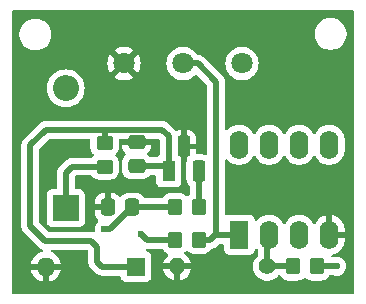
<source format=gbr>
%TF.GenerationSoftware,KiCad,Pcbnew,8.0.7*%
%TF.CreationDate,2025-02-24T23:57:51-05:00*%
%TF.ProjectId,pcb3,70636233-2e6b-4696-9361-645f70636258,rev?*%
%TF.SameCoordinates,Original*%
%TF.FileFunction,Copper,L1,Top*%
%TF.FilePolarity,Positive*%
%FSLAX46Y46*%
G04 Gerber Fmt 4.6, Leading zero omitted, Abs format (unit mm)*
G04 Created by KiCad (PCBNEW 8.0.7) date 2025-02-24 23:57:51*
%MOMM*%
%LPD*%
G01*
G04 APERTURE LIST*
G04 Aperture macros list*
%AMRoundRect*
0 Rectangle with rounded corners*
0 $1 Rounding radius*
0 $2 $3 $4 $5 $6 $7 $8 $9 X,Y pos of 4 corners*
0 Add a 4 corners polygon primitive as box body*
4,1,4,$2,$3,$4,$5,$6,$7,$8,$9,$2,$3,0*
0 Add four circle primitives for the rounded corners*
1,1,$1+$1,$2,$3*
1,1,$1+$1,$4,$5*
1,1,$1+$1,$6,$7*
1,1,$1+$1,$8,$9*
0 Add four rect primitives between the rounded corners*
20,1,$1+$1,$2,$3,$4,$5,0*
20,1,$1+$1,$4,$5,$6,$7,0*
20,1,$1+$1,$6,$7,$8,$9,0*
20,1,$1+$1,$8,$9,$2,$3,0*%
G04 Aperture macros list end*
%TA.AperFunction,ComponentPad*%
%ADD10C,1.400000*%
%TD*%
%TA.AperFunction,ComponentPad*%
%ADD11O,1.400000X1.400000*%
%TD*%
%TA.AperFunction,ComponentPad*%
%ADD12R,1.600000X1.600000*%
%TD*%
%TA.AperFunction,ComponentPad*%
%ADD13O,1.600000X1.600000*%
%TD*%
%TA.AperFunction,ComponentPad*%
%ADD14R,2.200000X2.200000*%
%TD*%
%TA.AperFunction,ComponentPad*%
%ADD15O,2.200000X2.200000*%
%TD*%
%TA.AperFunction,ComponentPad*%
%ADD16R,1.100000X1.800000*%
%TD*%
%TA.AperFunction,ComponentPad*%
%ADD17RoundRect,0.275000X-0.275000X-0.625000X0.275000X-0.625000X0.275000X0.625000X-0.275000X0.625000X0*%
%TD*%
%TA.AperFunction,ComponentPad*%
%ADD18R,1.600000X2.400000*%
%TD*%
%TA.AperFunction,ComponentPad*%
%ADD19O,1.600000X2.400000*%
%TD*%
%TA.AperFunction,SMDPad,CuDef*%
%ADD20RoundRect,0.250000X-0.350000X-0.450000X0.350000X-0.450000X0.350000X0.450000X-0.350000X0.450000X0*%
%TD*%
%TA.AperFunction,SMDPad,CuDef*%
%ADD21RoundRect,0.250000X-0.337500X-0.475000X0.337500X-0.475000X0.337500X0.475000X-0.337500X0.475000X0*%
%TD*%
%TA.AperFunction,SMDPad,CuDef*%
%ADD22RoundRect,0.250000X0.350000X0.450000X-0.350000X0.450000X-0.350000X-0.450000X0.350000X-0.450000X0*%
%TD*%
%TA.AperFunction,SMDPad,CuDef*%
%ADD23RoundRect,0.250000X0.450000X-0.350000X0.450000X0.350000X-0.450000X0.350000X-0.450000X-0.350000X0*%
%TD*%
%TA.AperFunction,SMDPad,CuDef*%
%ADD24RoundRect,0.250000X0.475000X-0.337500X0.475000X0.337500X-0.475000X0.337500X-0.475000X-0.337500X0*%
%TD*%
%TA.AperFunction,ComponentPad*%
%ADD25C,1.803400*%
%TD*%
%TA.AperFunction,ViaPad*%
%ADD26C,0.600000*%
%TD*%
%TA.AperFunction,Conductor*%
%ADD27C,0.508000*%
%TD*%
G04 APERTURE END LIST*
D10*
%TO.P,R4,1*%
%TO.N,Net-(U2A--)*%
X147130000Y-102180000D03*
D11*
%TO.P,R4,2*%
%TO.N,GND*%
X139510000Y-102180000D03*
%TD*%
D12*
%TO.P,D1,1,K*%
%TO.N,Net-(D1-K)*%
X136010000Y-102200000D03*
D13*
%TO.P,D1,2,A*%
%TO.N,GND*%
X128390000Y-102200000D03*
%TD*%
D14*
%TO.P,D2,1,K*%
%TO.N,Net-(D2-K)*%
X130070000Y-97260000D03*
D15*
%TO.P,D2,2,A*%
%TO.N,+5V*%
X130070000Y-87100000D03*
%TD*%
D16*
%TO.P,U1,1,VDD*%
%TO.N,Net-(D1-K)*%
X138800000Y-94100000D03*
D17*
%TO.P,U1,2,GND*%
%TO.N,GND*%
X140070000Y-92030000D03*
%TO.P,U1,3,OUT*%
%TO.N,Net-(U1-OUT)*%
X141340000Y-94100000D03*
%TD*%
D18*
%TO.P,U2,1*%
%TO.N,/OUT_5V*%
X144770000Y-99505000D03*
D19*
%TO.P,U2,2,-*%
%TO.N,Net-(U2A--)*%
X147310000Y-99505000D03*
%TO.P,U2,3,+*%
%TO.N,Net-(U2A-+)*%
X149850000Y-99505000D03*
%TO.P,U2,4,V-*%
%TO.N,GND*%
X152390000Y-99505000D03*
%TO.P,U2,5,+*%
%TO.N,unconnected-(U2B-+-Pad5)*%
X152390000Y-91885000D03*
%TO.P,U2,6,-*%
%TO.N,unconnected-(U2B---Pad6)*%
X149850000Y-91885000D03*
%TO.P,U2,7*%
%TO.N,unconnected-(U2-Pad7)*%
X147310000Y-91885000D03*
%TO.P,U2,8,V+*%
%TO.N,+5V*%
X144770000Y-91885000D03*
%TD*%
D20*
%TO.P,R5,1*%
%TO.N,+5V*%
X139320000Y-99930000D03*
%TO.P,R5,2*%
%TO.N,/OUT_5V*%
X141320000Y-99930000D03*
%TD*%
D21*
%TO.P,C2,1*%
%TO.N,GND*%
X133632500Y-97180000D03*
%TO.P,C2,2*%
%TO.N,Net-(U2A-+)*%
X135707500Y-97180000D03*
%TD*%
D22*
%TO.P,R1,1*%
%TO.N,Net-(U1-OUT)*%
X141320000Y-97180000D03*
%TO.P,R1,2*%
%TO.N,Net-(U2A-+)*%
X139320000Y-97180000D03*
%TD*%
%TO.P,R3,1*%
%TO.N,+5V*%
X151320000Y-102180000D03*
%TO.P,R3,2*%
%TO.N,Net-(U2A--)*%
X149320000Y-102180000D03*
%TD*%
D23*
%TO.P,R2,1*%
%TO.N,Net-(D2-K)*%
X133370000Y-93730000D03*
%TO.P,R2,2*%
%TO.N,Net-(D1-K)*%
X133370000Y-91730000D03*
%TD*%
D24*
%TO.P,C1,1*%
%TO.N,Net-(D1-K)*%
X136070000Y-93717500D03*
%TO.P,C1,2*%
%TO.N,GND*%
X136070000Y-91642500D03*
%TD*%
D25*
%TO.P,J1,1,Pin_1*%
%TO.N,+5V*%
X145000000Y-85000000D03*
%TO.P,J1,2,Pin_2*%
%TO.N,/OUT_5V*%
X140000000Y-85000000D03*
%TO.P,J1,3,Pin_3*%
%TO.N,GND*%
X135000000Y-85000000D03*
%TD*%
D26*
%TO.N,Net-(U2A-+)*%
X133320000Y-99030000D03*
%TO.N,+5V*%
X153020000Y-102180000D03*
X136475000Y-99475000D03*
%TD*%
D27*
%TO.N,Net-(D1-K)*%
X132750000Y-101800000D02*
X133150000Y-102200000D01*
X132750000Y-100550000D02*
X132750000Y-101800000D01*
X128300000Y-100000000D02*
X132200000Y-100000000D01*
X138782500Y-93717500D02*
X138800000Y-93700000D01*
X138800000Y-91160000D02*
X138241000Y-90601000D01*
X127070000Y-91930000D02*
X127070000Y-98770000D01*
X133370000Y-91730000D02*
X133370000Y-90601000D01*
X138241000Y-90601000D02*
X133370000Y-90601000D01*
X128399000Y-90601000D02*
X127070000Y-91930000D01*
X133370000Y-90601000D02*
X128399000Y-90601000D01*
X133150000Y-102200000D02*
X136060000Y-102200000D01*
X136070000Y-93717500D02*
X138782500Y-93717500D01*
X127070000Y-98770000D02*
X128300000Y-100000000D01*
X138800000Y-93700000D02*
X138800000Y-91160000D01*
X132200000Y-100000000D02*
X132750000Y-100550000D01*
%TO.N,Net-(U2A-+)*%
X139320000Y-97180000D02*
X135707500Y-97180000D01*
X133857500Y-99030000D02*
X135707500Y-97180000D01*
X133320000Y-99030000D02*
X133857500Y-99030000D01*
%TO.N,+5V*%
X136930000Y-99930000D02*
X139320000Y-99930000D01*
X153020000Y-102180000D02*
X151320000Y-102180000D01*
X136475000Y-99475000D02*
X136930000Y-99930000D01*
%TO.N,Net-(D2-K)*%
X133370000Y-93730000D02*
X130620000Y-93730000D01*
X130620000Y-93730000D02*
X130070000Y-94280000D01*
X130070000Y-94280000D02*
X130070000Y-97260000D01*
%TO.N,/OUT_5V*%
X142820000Y-99430000D02*
X142320000Y-99930000D01*
X140000000Y-85000000D02*
X141250000Y-85000000D01*
X142320000Y-99930000D02*
X141320000Y-99930000D01*
X141250000Y-85000000D02*
X142820000Y-86570000D01*
X142820000Y-86570000D02*
X142820000Y-99430000D01*
X144770000Y-99505000D02*
X142895000Y-99505000D01*
%TO.N,Net-(U1-OUT)*%
X141340000Y-97160000D02*
X141320000Y-97180000D01*
X141340000Y-93700000D02*
X141340000Y-97160000D01*
%TO.N,Net-(U2A--)*%
X147130000Y-102180000D02*
X149320000Y-102180000D01*
X147310000Y-99505000D02*
X147130000Y-99685000D01*
X147130000Y-99685000D02*
X147130000Y-102180000D01*
%TD*%
%TA.AperFunction,Conductor*%
%TO.N,GND*%
G36*
X132112539Y-91375185D02*
G01*
X132158294Y-91427989D01*
X132169500Y-91479500D01*
X132169500Y-92130001D01*
X132169501Y-92130019D01*
X132180000Y-92232796D01*
X132180001Y-92232799D01*
X132235185Y-92399331D01*
X132235187Y-92399336D01*
X132327289Y-92548657D01*
X132420951Y-92642319D01*
X132454436Y-92703642D01*
X132449452Y-92773334D01*
X132420951Y-92817681D01*
X132327288Y-92911343D01*
X132324046Y-92916600D01*
X132272097Y-92963323D01*
X132218509Y-92975500D01*
X130545683Y-92975500D01*
X130399927Y-93004493D01*
X130399919Y-93004495D01*
X130262608Y-93061371D01*
X130139035Y-93143939D01*
X130139034Y-93143940D01*
X130086488Y-93196487D01*
X130033941Y-93249034D01*
X130033939Y-93249036D01*
X129483943Y-93799030D01*
X129483942Y-93799031D01*
X129401368Y-93922614D01*
X129368053Y-94003045D01*
X129344495Y-94059917D01*
X129344492Y-94059926D01*
X129341517Y-94074888D01*
X129341517Y-94074889D01*
X129315499Y-94205685D01*
X129315499Y-94360425D01*
X129315500Y-94360446D01*
X129315500Y-95535500D01*
X129295815Y-95602539D01*
X129243011Y-95648294D01*
X129191500Y-95659500D01*
X128922130Y-95659500D01*
X128922123Y-95659501D01*
X128862516Y-95665908D01*
X128727671Y-95716202D01*
X128727664Y-95716206D01*
X128612455Y-95802452D01*
X128612452Y-95802455D01*
X128526206Y-95917664D01*
X128526202Y-95917671D01*
X128475908Y-96052517D01*
X128469501Y-96112116D01*
X128469501Y-96112123D01*
X128469500Y-96112135D01*
X128469500Y-98407870D01*
X128469501Y-98407876D01*
X128475908Y-98467483D01*
X128526202Y-98602328D01*
X128526206Y-98602335D01*
X128612452Y-98717544D01*
X128612455Y-98717547D01*
X128727664Y-98803793D01*
X128727671Y-98803797D01*
X128862517Y-98854091D01*
X128862516Y-98854091D01*
X128869444Y-98854835D01*
X128922127Y-98860500D01*
X131217872Y-98860499D01*
X131277483Y-98854091D01*
X131412331Y-98803796D01*
X131527546Y-98717546D01*
X131613796Y-98602331D01*
X131664091Y-98467483D01*
X131670500Y-98407873D01*
X131670499Y-96655013D01*
X132545000Y-96655013D01*
X132545000Y-96930000D01*
X133382500Y-96930000D01*
X133382500Y-95955000D01*
X133245027Y-95955000D01*
X133245012Y-95955001D01*
X133142302Y-95965494D01*
X132975880Y-96020641D01*
X132975875Y-96020643D01*
X132826654Y-96112684D01*
X132702684Y-96236654D01*
X132610643Y-96385875D01*
X132610641Y-96385880D01*
X132555494Y-96552302D01*
X132555493Y-96552309D01*
X132545000Y-96655013D01*
X131670499Y-96655013D01*
X131670499Y-96112128D01*
X131664091Y-96052517D01*
X131661356Y-96045185D01*
X131613797Y-95917671D01*
X131613793Y-95917664D01*
X131527547Y-95802455D01*
X131527544Y-95802452D01*
X131412335Y-95716206D01*
X131412328Y-95716202D01*
X131277482Y-95665908D01*
X131277483Y-95665908D01*
X131217883Y-95659501D01*
X131217881Y-95659500D01*
X131217873Y-95659500D01*
X131217865Y-95659500D01*
X130948500Y-95659500D01*
X130881461Y-95639815D01*
X130835706Y-95587011D01*
X130824500Y-95535500D01*
X130824500Y-94643886D01*
X130844185Y-94576847D01*
X130860819Y-94556205D01*
X130896205Y-94520819D01*
X130957528Y-94487334D01*
X130983886Y-94484500D01*
X132218509Y-94484500D01*
X132285548Y-94504185D01*
X132324046Y-94543400D01*
X132327288Y-94548656D01*
X132451344Y-94672712D01*
X132600666Y-94764814D01*
X132767203Y-94819999D01*
X132869991Y-94830500D01*
X133870008Y-94830499D01*
X133870016Y-94830498D01*
X133870019Y-94830498D01*
X133926302Y-94824748D01*
X133972797Y-94819999D01*
X134139334Y-94764814D01*
X134288656Y-94672712D01*
X134412712Y-94548656D01*
X134504814Y-94399334D01*
X134559999Y-94232797D01*
X134570500Y-94130009D01*
X134570499Y-93329992D01*
X134567572Y-93301343D01*
X134559999Y-93227203D01*
X134559998Y-93227200D01*
X134535122Y-93152129D01*
X134504814Y-93060666D01*
X134412712Y-92911344D01*
X134319049Y-92817681D01*
X134285564Y-92756358D01*
X134290548Y-92686666D01*
X134319049Y-92642319D01*
X134361116Y-92600252D01*
X134412712Y-92548656D01*
X134504814Y-92399334D01*
X134559999Y-92232797D01*
X134570500Y-92130009D01*
X134570499Y-91479499D01*
X134590183Y-91412461D01*
X134642987Y-91366706D01*
X134694499Y-91355500D01*
X134756638Y-91355500D01*
X134823677Y-91375185D01*
X134844319Y-91391819D01*
X134845000Y-91392500D01*
X137294999Y-91392500D01*
X137295680Y-91391819D01*
X137357003Y-91358334D01*
X137383361Y-91355500D01*
X137877112Y-91355500D01*
X137944151Y-91375185D01*
X137964792Y-91391818D01*
X138009180Y-91436205D01*
X138042666Y-91497528D01*
X138045500Y-91523887D01*
X138045500Y-92665814D01*
X138025815Y-92732853D01*
X137995811Y-92765080D01*
X137892456Y-92842452D01*
X137892455Y-92842453D01*
X137892454Y-92842454D01*
X137839409Y-92913311D01*
X137783477Y-92955182D01*
X137740144Y-92963000D01*
X137238589Y-92963000D01*
X137171550Y-92943315D01*
X137141322Y-92915910D01*
X137137710Y-92911342D01*
X137013657Y-92787289D01*
X137013656Y-92787288D01*
X137010342Y-92785243D01*
X137008546Y-92783248D01*
X137007989Y-92782807D01*
X137008064Y-92782711D01*
X136963618Y-92733297D01*
X136952397Y-92664334D01*
X136980240Y-92600252D01*
X137010348Y-92574165D01*
X137013342Y-92572318D01*
X137137315Y-92448345D01*
X137229356Y-92299124D01*
X137229358Y-92299119D01*
X137284505Y-92132697D01*
X137284506Y-92132690D01*
X137294999Y-92029986D01*
X137295000Y-92029973D01*
X137295000Y-91892500D01*
X134845001Y-91892500D01*
X134845001Y-92029986D01*
X134855494Y-92132697D01*
X134910641Y-92299119D01*
X134910643Y-92299124D01*
X135002684Y-92448345D01*
X135126655Y-92572316D01*
X135126659Y-92572319D01*
X135129656Y-92574168D01*
X135131279Y-92575972D01*
X135132323Y-92576798D01*
X135132181Y-92576976D01*
X135176381Y-92626116D01*
X135187602Y-92695079D01*
X135159759Y-92759161D01*
X135129661Y-92785241D01*
X135126349Y-92787283D01*
X135126343Y-92787288D01*
X135002289Y-92911342D01*
X134910187Y-93060663D01*
X134910185Y-93060668D01*
X134895393Y-93105309D01*
X134855001Y-93227203D01*
X134855001Y-93227204D01*
X134855000Y-93227204D01*
X134844500Y-93329983D01*
X134844500Y-94105001D01*
X134844501Y-94105019D01*
X134855000Y-94207796D01*
X134855001Y-94207799D01*
X134863285Y-94232797D01*
X134910186Y-94374334D01*
X135002288Y-94523656D01*
X135126344Y-94647712D01*
X135275666Y-94739814D01*
X135442203Y-94794999D01*
X135544991Y-94805500D01*
X136595008Y-94805499D01*
X136595016Y-94805498D01*
X136595019Y-94805498D01*
X136651302Y-94799748D01*
X136697797Y-94794999D01*
X136864334Y-94739814D01*
X137013656Y-94647712D01*
X137137712Y-94523656D01*
X137137716Y-94523649D01*
X137141322Y-94519090D01*
X137198344Y-94478713D01*
X137238589Y-94472000D01*
X137625501Y-94472000D01*
X137692540Y-94491685D01*
X137738295Y-94544489D01*
X137749501Y-94596000D01*
X137749501Y-95047876D01*
X137755908Y-95107483D01*
X137806202Y-95242328D01*
X137806206Y-95242335D01*
X137892452Y-95357544D01*
X137892455Y-95357547D01*
X138007664Y-95443793D01*
X138007671Y-95443797D01*
X138142517Y-95494091D01*
X138142516Y-95494091D01*
X138149444Y-95494835D01*
X138202127Y-95500500D01*
X139397872Y-95500499D01*
X139457483Y-95494091D01*
X139592331Y-95443796D01*
X139707546Y-95357546D01*
X139793796Y-95242331D01*
X139844091Y-95107483D01*
X139850500Y-95047873D01*
X139850499Y-93152128D01*
X139844091Y-93092517D01*
X139832474Y-93061371D01*
X139827818Y-93048886D01*
X139820000Y-93005553D01*
X139820000Y-92710330D01*
X139839745Y-92730075D01*
X139925255Y-92779444D01*
X140020630Y-92805000D01*
X140119370Y-92805000D01*
X140214745Y-92779444D01*
X140300255Y-92730075D01*
X140320000Y-92710330D01*
X140320000Y-93235001D01*
X140313042Y-93275955D01*
X140304159Y-93301340D01*
X140304157Y-93301348D01*
X140289500Y-93431441D01*
X140289500Y-94768558D01*
X140304157Y-94898648D01*
X140304159Y-94898658D01*
X140361877Y-95063604D01*
X140454853Y-95211576D01*
X140549181Y-95305904D01*
X140582666Y-95367227D01*
X140585500Y-95393585D01*
X140585500Y-96016173D01*
X140565815Y-96083212D01*
X140526598Y-96121711D01*
X140501344Y-96137287D01*
X140501343Y-96137288D01*
X140407681Y-96230951D01*
X140346358Y-96264436D01*
X140276666Y-96259452D01*
X140232319Y-96230951D01*
X140138657Y-96137289D01*
X140138656Y-96137288D01*
X139989334Y-96045186D01*
X139822797Y-95990001D01*
X139822795Y-95990000D01*
X139720010Y-95979500D01*
X138919998Y-95979500D01*
X138919980Y-95979501D01*
X138817203Y-95990000D01*
X138817200Y-95990001D01*
X138650668Y-96045185D01*
X138650663Y-96045187D01*
X138501342Y-96137289D01*
X138377289Y-96261342D01*
X138312368Y-96366597D01*
X138260420Y-96413321D01*
X138206829Y-96425500D01*
X136823591Y-96425500D01*
X136756552Y-96405815D01*
X136718052Y-96366597D01*
X136668576Y-96286383D01*
X136637712Y-96236344D01*
X136513656Y-96112288D01*
X136364334Y-96020186D01*
X136197797Y-95965001D01*
X136197795Y-95965000D01*
X136095010Y-95954500D01*
X135319998Y-95954500D01*
X135319980Y-95954501D01*
X135217203Y-95965000D01*
X135217200Y-95965001D01*
X135050668Y-96020185D01*
X135050663Y-96020187D01*
X134901342Y-96112289D01*
X134777288Y-96236343D01*
X134777283Y-96236349D01*
X134775241Y-96239661D01*
X134773247Y-96241453D01*
X134772807Y-96242011D01*
X134772711Y-96241935D01*
X134723291Y-96286383D01*
X134654328Y-96297602D01*
X134590247Y-96269755D01*
X134564168Y-96239656D01*
X134562319Y-96236659D01*
X134562316Y-96236655D01*
X134438345Y-96112684D01*
X134289124Y-96020643D01*
X134289119Y-96020641D01*
X134122697Y-95965494D01*
X134122690Y-95965493D01*
X134019986Y-95955000D01*
X133882500Y-95955000D01*
X133882500Y-97056000D01*
X133862815Y-97123039D01*
X133810011Y-97168794D01*
X133758500Y-97180000D01*
X133632500Y-97180000D01*
X133632500Y-97306000D01*
X133612815Y-97373039D01*
X133560011Y-97418794D01*
X133508500Y-97430000D01*
X132545001Y-97430000D01*
X132545001Y-97704986D01*
X132555494Y-97807697D01*
X132610641Y-97974119D01*
X132610643Y-97974124D01*
X132702684Y-98123345D01*
X132810949Y-98231610D01*
X132844434Y-98292933D01*
X132839450Y-98362625D01*
X132810950Y-98406972D01*
X132690183Y-98527739D01*
X132594211Y-98680476D01*
X132534631Y-98850745D01*
X132534630Y-98850750D01*
X132514435Y-99029996D01*
X132514435Y-99030003D01*
X132525780Y-99130697D01*
X132513725Y-99199519D01*
X132466376Y-99250898D01*
X132398766Y-99268522D01*
X132378368Y-99266197D01*
X132274314Y-99245499D01*
X132274312Y-99245499D01*
X132125688Y-99245499D01*
X132119574Y-99245499D01*
X132119554Y-99245500D01*
X128663886Y-99245500D01*
X128596847Y-99225815D01*
X128576205Y-99209181D01*
X127860819Y-98493794D01*
X127827334Y-98432471D01*
X127824500Y-98406113D01*
X127824500Y-92293886D01*
X127844185Y-92226847D01*
X127860819Y-92206205D01*
X128675205Y-91391819D01*
X128736528Y-91358334D01*
X128762886Y-91355500D01*
X132045500Y-91355500D01*
X132112539Y-91375185D01*
G37*
%TD.AperFunction*%
%TA.AperFunction,Conductor*%
G36*
X154442539Y-80520185D02*
G01*
X154488294Y-80572989D01*
X154499500Y-80624500D01*
X154499500Y-104375500D01*
X154479815Y-104442539D01*
X154427011Y-104488294D01*
X154375500Y-104499500D01*
X125624500Y-104499500D01*
X125557461Y-104479815D01*
X125511706Y-104427011D01*
X125500500Y-104375500D01*
X125500500Y-91855685D01*
X126315499Y-91855685D01*
X126315499Y-92010425D01*
X126315500Y-92010446D01*
X126315500Y-98690552D01*
X126315499Y-98690578D01*
X126315499Y-98844314D01*
X126324048Y-98887289D01*
X126336330Y-98949034D01*
X126341045Y-98972738D01*
X126341046Y-98972741D01*
X126341045Y-98972741D01*
X126344493Y-98990075D01*
X126344495Y-98990081D01*
X126401366Y-99127381D01*
X126401372Y-99127392D01*
X126483942Y-99250968D01*
X126483943Y-99250969D01*
X127709600Y-100476624D01*
X127709621Y-100476647D01*
X127819029Y-100586055D01*
X127819032Y-100586057D01*
X127819034Y-100586059D01*
X127901605Y-100641230D01*
X127942611Y-100668630D01*
X128016738Y-100699334D01*
X128052801Y-100714272D01*
X128107205Y-100758114D01*
X128129269Y-100824408D01*
X128111989Y-100892107D01*
X128060852Y-100939717D01*
X128037442Y-100948608D01*
X127943679Y-100973731D01*
X127943673Y-100973734D01*
X127737517Y-101069865D01*
X127551179Y-101200342D01*
X127390342Y-101361179D01*
X127259865Y-101547517D01*
X127163734Y-101753673D01*
X127163730Y-101753682D01*
X127111127Y-101949999D01*
X127111128Y-101950000D01*
X128074314Y-101950000D01*
X128069920Y-101954394D01*
X128017259Y-102045606D01*
X127990000Y-102147339D01*
X127990000Y-102252661D01*
X128017259Y-102354394D01*
X128069920Y-102445606D01*
X128074314Y-102450000D01*
X127111128Y-102450000D01*
X127163730Y-102646317D01*
X127163734Y-102646326D01*
X127259865Y-102852482D01*
X127390342Y-103038820D01*
X127551179Y-103199657D01*
X127737517Y-103330134D01*
X127943673Y-103426265D01*
X127943682Y-103426269D01*
X128139999Y-103478872D01*
X128140000Y-103478871D01*
X128140000Y-102515686D01*
X128144394Y-102520080D01*
X128235606Y-102572741D01*
X128337339Y-102600000D01*
X128442661Y-102600000D01*
X128544394Y-102572741D01*
X128635606Y-102520080D01*
X128640000Y-102515686D01*
X128640000Y-103478872D01*
X128836317Y-103426269D01*
X128836326Y-103426265D01*
X129042482Y-103330134D01*
X129228820Y-103199657D01*
X129389657Y-103038820D01*
X129520134Y-102852482D01*
X129616265Y-102646326D01*
X129616269Y-102646317D01*
X129668872Y-102450000D01*
X128705686Y-102450000D01*
X128710080Y-102445606D01*
X128762741Y-102354394D01*
X128790000Y-102252661D01*
X128790000Y-102147339D01*
X128762741Y-102045606D01*
X128710080Y-101954394D01*
X128705686Y-101950000D01*
X129668872Y-101950000D01*
X129668872Y-101949999D01*
X129616269Y-101753682D01*
X129616265Y-101753673D01*
X129520134Y-101547517D01*
X129389657Y-101361179D01*
X129228820Y-101200342D01*
X129042482Y-101069865D01*
X128873101Y-100990882D01*
X128820662Y-100944710D01*
X128801510Y-100877516D01*
X128821726Y-100810635D01*
X128874891Y-100765300D01*
X128925506Y-100754500D01*
X131836112Y-100754500D01*
X131903151Y-100774185D01*
X131923792Y-100790818D01*
X131959180Y-100826205D01*
X131992666Y-100887527D01*
X131995500Y-100913887D01*
X131995500Y-101720552D01*
X131995499Y-101720578D01*
X131995499Y-101725688D01*
X131995499Y-101874312D01*
X131995499Y-101874314D01*
X131995498Y-101874314D01*
X132024493Y-102020073D01*
X132024496Y-102020083D01*
X132081366Y-102157381D01*
X132081372Y-102157392D01*
X132163942Y-102280968D01*
X132163943Y-102280969D01*
X132559601Y-102676625D01*
X132559620Y-102676646D01*
X132669028Y-102786054D01*
X132669035Y-102786060D01*
X132792608Y-102868628D01*
X132792609Y-102868628D01*
X132792610Y-102868629D01*
X132929920Y-102925505D01*
X133049717Y-102949334D01*
X133075683Y-102954499D01*
X133075687Y-102954500D01*
X133075688Y-102954500D01*
X134588079Y-102954500D01*
X134655118Y-102974185D01*
X134700873Y-103026989D01*
X134711369Y-103065248D01*
X134715908Y-103107483D01*
X134766202Y-103242328D01*
X134766206Y-103242335D01*
X134852452Y-103357544D01*
X134852455Y-103357547D01*
X134967664Y-103443793D01*
X134967671Y-103443797D01*
X135102517Y-103494091D01*
X135102516Y-103494091D01*
X135109444Y-103494835D01*
X135162127Y-103500500D01*
X136857872Y-103500499D01*
X136917483Y-103494091D01*
X137052331Y-103443796D01*
X137167546Y-103357546D01*
X137253796Y-103242331D01*
X137304091Y-103107483D01*
X137310500Y-103047873D01*
X137310500Y-102430000D01*
X138333505Y-102430000D01*
X138386239Y-102615349D01*
X138485368Y-102814425D01*
X138619391Y-102991900D01*
X138783738Y-103141721D01*
X138972820Y-103258797D01*
X138972822Y-103258798D01*
X139180195Y-103339135D01*
X139260000Y-103354052D01*
X139760000Y-103354052D01*
X139839804Y-103339135D01*
X140047177Y-103258798D01*
X140047179Y-103258797D01*
X140236261Y-103141721D01*
X140400608Y-102991900D01*
X140534631Y-102814425D01*
X140633760Y-102615349D01*
X140686495Y-102430000D01*
X139760000Y-102430000D01*
X139760000Y-103354052D01*
X139260000Y-103354052D01*
X139260000Y-102430000D01*
X138333505Y-102430000D01*
X137310500Y-102430000D01*
X137310499Y-101352128D01*
X137304091Y-101292517D01*
X137299712Y-101280777D01*
X137253797Y-101157671D01*
X137253793Y-101157664D01*
X137167547Y-101042455D01*
X137167544Y-101042452D01*
X137052335Y-100956206D01*
X137052328Y-100956202D01*
X136967817Y-100924682D01*
X136911883Y-100882811D01*
X136887466Y-100817347D01*
X136902317Y-100749074D01*
X136951723Y-100699668D01*
X137011150Y-100684500D01*
X138206829Y-100684500D01*
X138273868Y-100704185D01*
X138312367Y-100743402D01*
X138377288Y-100848656D01*
X138501344Y-100972712D01*
X138650666Y-101064814D01*
X138670646Y-101071434D01*
X138728090Y-101111206D01*
X138754914Y-101175721D01*
X138742600Y-101244497D01*
X138715180Y-101280777D01*
X138619391Y-101368099D01*
X138485368Y-101545574D01*
X138386239Y-101744650D01*
X138333505Y-101930000D01*
X139265025Y-101930000D01*
X139229930Y-101965095D01*
X139183852Y-102044905D01*
X139160000Y-102133922D01*
X139160000Y-102226078D01*
X139183852Y-102315095D01*
X139229930Y-102394905D01*
X139295095Y-102460070D01*
X139374905Y-102506148D01*
X139463922Y-102530000D01*
X139556078Y-102530000D01*
X139645095Y-102506148D01*
X139724905Y-102460070D01*
X139790070Y-102394905D01*
X139836148Y-102315095D01*
X139860000Y-102226078D01*
X139860000Y-102133922D01*
X139836148Y-102044905D01*
X139790070Y-101965095D01*
X139754975Y-101930000D01*
X140686495Y-101930000D01*
X140633760Y-101744650D01*
X140534631Y-101545574D01*
X140400608Y-101368099D01*
X140236261Y-101218278D01*
X140157418Y-101169460D01*
X140110783Y-101117432D01*
X140099679Y-101048450D01*
X140127632Y-100984416D01*
X140135015Y-100976351D01*
X140138650Y-100972715D01*
X140138656Y-100972712D01*
X140232321Y-100879046D01*
X140293643Y-100845564D01*
X140363334Y-100850548D01*
X140407681Y-100879049D01*
X140501344Y-100972712D01*
X140650666Y-101064814D01*
X140817203Y-101119999D01*
X140919991Y-101130500D01*
X141720008Y-101130499D01*
X141720016Y-101130498D01*
X141720019Y-101130498D01*
X141776302Y-101124748D01*
X141822797Y-101119999D01*
X141989334Y-101064814D01*
X142138656Y-100972712D01*
X142262712Y-100848656D01*
X142331358Y-100737361D01*
X142383304Y-100690638D01*
X142412701Y-100680842D01*
X142476783Y-100668095D01*
X142515895Y-100660315D01*
X142515895Y-100660316D01*
X142515900Y-100660313D01*
X142540080Y-100655505D01*
X142615386Y-100624312D01*
X142677389Y-100598630D01*
X142800966Y-100516059D01*
X143021206Y-100295819D01*
X143082529Y-100262334D01*
X143108887Y-100259500D01*
X143345501Y-100259500D01*
X143412540Y-100279185D01*
X143458295Y-100331989D01*
X143469501Y-100383500D01*
X143469501Y-100752876D01*
X143475908Y-100812483D01*
X143526202Y-100947328D01*
X143526206Y-100947335D01*
X143612452Y-101062544D01*
X143612455Y-101062547D01*
X143727664Y-101148793D01*
X143727671Y-101148797D01*
X143862517Y-101199091D01*
X143862516Y-101199091D01*
X143869444Y-101199835D01*
X143922127Y-101205500D01*
X145617872Y-101205499D01*
X145677483Y-101199091D01*
X145812331Y-101148796D01*
X145927546Y-101062546D01*
X146013796Y-100947331D01*
X146064091Y-100812483D01*
X146068061Y-100775556D01*
X146094796Y-100711011D01*
X146152188Y-100671161D01*
X146222013Y-100668666D01*
X146282102Y-100704317D01*
X146291667Y-100715929D01*
X146318032Y-100752217D01*
X146339181Y-100773366D01*
X146372666Y-100834689D01*
X146375500Y-100861047D01*
X146375500Y-101188592D01*
X146355815Y-101255631D01*
X146335039Y-101280228D01*
X146239025Y-101367757D01*
X146239021Y-101367761D01*
X146104943Y-101545308D01*
X146104938Y-101545316D01*
X146005775Y-101744461D01*
X146005769Y-101744476D01*
X145944885Y-101958462D01*
X145944884Y-101958464D01*
X145924357Y-102179999D01*
X145924357Y-102180000D01*
X145944884Y-102401535D01*
X145944885Y-102401537D01*
X146005769Y-102615523D01*
X146005775Y-102615538D01*
X146104938Y-102814683D01*
X146104943Y-102814691D01*
X146239020Y-102992238D01*
X146403437Y-103142123D01*
X146403439Y-103142125D01*
X146592595Y-103259245D01*
X146592596Y-103259245D01*
X146592599Y-103259247D01*
X146800060Y-103339618D01*
X147018757Y-103380500D01*
X147018759Y-103380500D01*
X147241241Y-103380500D01*
X147241243Y-103380500D01*
X147459940Y-103339618D01*
X147667401Y-103259247D01*
X147856562Y-103142124D01*
X148020981Y-102992236D01*
X148027371Y-102983773D01*
X148083479Y-102942137D01*
X148126325Y-102934500D01*
X148206829Y-102934500D01*
X148273868Y-102954185D01*
X148312367Y-102993402D01*
X148377288Y-103098656D01*
X148501344Y-103222712D01*
X148650666Y-103314814D01*
X148817203Y-103369999D01*
X148919991Y-103380500D01*
X149720008Y-103380499D01*
X149720016Y-103380498D01*
X149720019Y-103380498D01*
X149776302Y-103374748D01*
X149822797Y-103369999D01*
X149989334Y-103314814D01*
X150138656Y-103222712D01*
X150232319Y-103129049D01*
X150293642Y-103095564D01*
X150363334Y-103100548D01*
X150407681Y-103129049D01*
X150501344Y-103222712D01*
X150650666Y-103314814D01*
X150817203Y-103369999D01*
X150919991Y-103380500D01*
X151720008Y-103380499D01*
X151720016Y-103380498D01*
X151720019Y-103380498D01*
X151776302Y-103374748D01*
X151822797Y-103369999D01*
X151989334Y-103314814D01*
X152138656Y-103222712D01*
X152262712Y-103098656D01*
X152327632Y-102993402D01*
X152379580Y-102946679D01*
X152433171Y-102934500D01*
X152731460Y-102934500D01*
X152772415Y-102941459D01*
X152840737Y-102965366D01*
X152840743Y-102965367D01*
X152840745Y-102965368D01*
X152840746Y-102965368D01*
X152840750Y-102965369D01*
X153019996Y-102985565D01*
X153020000Y-102985565D01*
X153020004Y-102985565D01*
X153199249Y-102965369D01*
X153199252Y-102965368D01*
X153199255Y-102965368D01*
X153369522Y-102905789D01*
X153522262Y-102809816D01*
X153649816Y-102682262D01*
X153745789Y-102529522D01*
X153805368Y-102359255D01*
X153817378Y-102252661D01*
X153825565Y-102180003D01*
X153825565Y-102179996D01*
X153805369Y-102000750D01*
X153805368Y-102000745D01*
X153745789Y-101830478D01*
X153743766Y-101827259D01*
X153649815Y-101677737D01*
X153522262Y-101550184D01*
X153369523Y-101454211D01*
X153199254Y-101394631D01*
X153199249Y-101394630D01*
X153020004Y-101374435D01*
X153019996Y-101374435D01*
X152840750Y-101394630D01*
X152840737Y-101394633D01*
X152772415Y-101418541D01*
X152731460Y-101425500D01*
X152675700Y-101425500D01*
X152608661Y-101405815D01*
X152562906Y-101353011D01*
X152552962Y-101283853D01*
X152581987Y-101220297D01*
X152640765Y-101182523D01*
X152656302Y-101179027D01*
X152694417Y-101172990D01*
X152889031Y-101109755D01*
X153071349Y-101016859D01*
X153236894Y-100896582D01*
X153236895Y-100896582D01*
X153381582Y-100751895D01*
X153381582Y-100751894D01*
X153501859Y-100586349D01*
X153594755Y-100404031D01*
X153657990Y-100209417D01*
X153690000Y-100007317D01*
X153690000Y-99755000D01*
X152705686Y-99755000D01*
X152710080Y-99750606D01*
X152762741Y-99659394D01*
X152790000Y-99557661D01*
X152790000Y-99452339D01*
X152762741Y-99350606D01*
X152710080Y-99259394D01*
X152705686Y-99255000D01*
X153690000Y-99255000D01*
X153690000Y-99002682D01*
X153657990Y-98800582D01*
X153594755Y-98605968D01*
X153501859Y-98423650D01*
X153381582Y-98258105D01*
X153381582Y-98258104D01*
X153236895Y-98113417D01*
X153071349Y-97993140D01*
X152889029Y-97900244D01*
X152694413Y-97837009D01*
X152640000Y-97828390D01*
X152640000Y-99189314D01*
X152635606Y-99184920D01*
X152544394Y-99132259D01*
X152442661Y-99105000D01*
X152337339Y-99105000D01*
X152235606Y-99132259D01*
X152144394Y-99184920D01*
X152140000Y-99189314D01*
X152140000Y-97828390D01*
X152085586Y-97837009D01*
X151890970Y-97900244D01*
X151708650Y-97993140D01*
X151543105Y-98113417D01*
X151543104Y-98113417D01*
X151398417Y-98258104D01*
X151398417Y-98258105D01*
X151278140Y-98423650D01*
X151230765Y-98516629D01*
X151182790Y-98567425D01*
X151114969Y-98584220D01*
X151048834Y-98561682D01*
X151009795Y-98516629D01*
X150998160Y-98493794D01*
X150962287Y-98423390D01*
X150931125Y-98380499D01*
X150841971Y-98257786D01*
X150697213Y-98113028D01*
X150531613Y-97992715D01*
X150531612Y-97992714D01*
X150531610Y-97992713D01*
X150455995Y-97954185D01*
X150349223Y-97899781D01*
X150154534Y-97836522D01*
X149979995Y-97808878D01*
X149952352Y-97804500D01*
X149747648Y-97804500D01*
X149727463Y-97807697D01*
X149545465Y-97836522D01*
X149350776Y-97899781D01*
X149168386Y-97992715D01*
X149002786Y-98113028D01*
X148858028Y-98257786D01*
X148737715Y-98423386D01*
X148690485Y-98516080D01*
X148642510Y-98566876D01*
X148574689Y-98583671D01*
X148508554Y-98561134D01*
X148469515Y-98516080D01*
X148468883Y-98514840D01*
X148422287Y-98423390D01*
X148391125Y-98380499D01*
X148301971Y-98257786D01*
X148157213Y-98113028D01*
X147991613Y-97992715D01*
X147991612Y-97992714D01*
X147991610Y-97992713D01*
X147915995Y-97954185D01*
X147809223Y-97899781D01*
X147614534Y-97836522D01*
X147439995Y-97808878D01*
X147412352Y-97804500D01*
X147207648Y-97804500D01*
X147187463Y-97807697D01*
X147005465Y-97836522D01*
X146810776Y-97899781D01*
X146628386Y-97992715D01*
X146462786Y-98113028D01*
X146318032Y-98257782D01*
X146291668Y-98294070D01*
X146236338Y-98336735D01*
X146166724Y-98342714D01*
X146104929Y-98310108D01*
X146070572Y-98249269D01*
X146068060Y-98234438D01*
X146067640Y-98230533D01*
X146064091Y-98197517D01*
X146013796Y-98062669D01*
X146013795Y-98062668D01*
X146013793Y-98062664D01*
X145927547Y-97947455D01*
X145927544Y-97947452D01*
X145812335Y-97861206D01*
X145812328Y-97861202D01*
X145677482Y-97810908D01*
X145677483Y-97810908D01*
X145617883Y-97804501D01*
X145617881Y-97804500D01*
X145617873Y-97804500D01*
X145617864Y-97804500D01*
X143922129Y-97804500D01*
X143922123Y-97804501D01*
X143862515Y-97810909D01*
X143741832Y-97855920D01*
X143672141Y-97860904D01*
X143610818Y-97827418D01*
X143577333Y-97766095D01*
X143574500Y-97739738D01*
X143574500Y-93228047D01*
X143594185Y-93161008D01*
X143646989Y-93115253D01*
X143716147Y-93105309D01*
X143779703Y-93134334D01*
X143786181Y-93140366D01*
X143922786Y-93276971D01*
X144077749Y-93389556D01*
X144088390Y-93397287D01*
X144155435Y-93431448D01*
X144270776Y-93490218D01*
X144270778Y-93490218D01*
X144270781Y-93490220D01*
X144375137Y-93524127D01*
X144465465Y-93553477D01*
X144566557Y-93569488D01*
X144667648Y-93585500D01*
X144667649Y-93585500D01*
X144872351Y-93585500D01*
X144872352Y-93585500D01*
X145074534Y-93553477D01*
X145269219Y-93490220D01*
X145451610Y-93397287D01*
X145583671Y-93301340D01*
X145617213Y-93276971D01*
X145617215Y-93276968D01*
X145617219Y-93276966D01*
X145761966Y-93132219D01*
X145761968Y-93132215D01*
X145761971Y-93132213D01*
X145882284Y-92966614D01*
X145882285Y-92966613D01*
X145882287Y-92966610D01*
X145929516Y-92873917D01*
X145977489Y-92823123D01*
X146045310Y-92806328D01*
X146111445Y-92828865D01*
X146150485Y-92873919D01*
X146197715Y-92966614D01*
X146318028Y-93132213D01*
X146462786Y-93276971D01*
X146617749Y-93389556D01*
X146628390Y-93397287D01*
X146695435Y-93431448D01*
X146810776Y-93490218D01*
X146810778Y-93490218D01*
X146810781Y-93490220D01*
X146915137Y-93524127D01*
X147005465Y-93553477D01*
X147106557Y-93569488D01*
X147207648Y-93585500D01*
X147207649Y-93585500D01*
X147412351Y-93585500D01*
X147412352Y-93585500D01*
X147614534Y-93553477D01*
X147809219Y-93490220D01*
X147991610Y-93397287D01*
X148123671Y-93301340D01*
X148157213Y-93276971D01*
X148157215Y-93276968D01*
X148157219Y-93276966D01*
X148301966Y-93132219D01*
X148301968Y-93132215D01*
X148301971Y-93132213D01*
X148422284Y-92966614D01*
X148422285Y-92966613D01*
X148422287Y-92966610D01*
X148469516Y-92873917D01*
X148517489Y-92823123D01*
X148585310Y-92806328D01*
X148651445Y-92828865D01*
X148690485Y-92873919D01*
X148737715Y-92966614D01*
X148858028Y-93132213D01*
X149002786Y-93276971D01*
X149157749Y-93389556D01*
X149168390Y-93397287D01*
X149235435Y-93431448D01*
X149350776Y-93490218D01*
X149350778Y-93490218D01*
X149350781Y-93490220D01*
X149455137Y-93524127D01*
X149545465Y-93553477D01*
X149646557Y-93569488D01*
X149747648Y-93585500D01*
X149747649Y-93585500D01*
X149952351Y-93585500D01*
X149952352Y-93585500D01*
X150154534Y-93553477D01*
X150349219Y-93490220D01*
X150531610Y-93397287D01*
X150663671Y-93301340D01*
X150697213Y-93276971D01*
X150697215Y-93276968D01*
X150697219Y-93276966D01*
X150841966Y-93132219D01*
X150841968Y-93132215D01*
X150841971Y-93132213D01*
X150962284Y-92966614D01*
X150962285Y-92966613D01*
X150962287Y-92966610D01*
X151009516Y-92873917D01*
X151057489Y-92823123D01*
X151125310Y-92806328D01*
X151191445Y-92828865D01*
X151230485Y-92873919D01*
X151277715Y-92966614D01*
X151398028Y-93132213D01*
X151542786Y-93276971D01*
X151697749Y-93389556D01*
X151708390Y-93397287D01*
X151775435Y-93431448D01*
X151890776Y-93490218D01*
X151890778Y-93490218D01*
X151890781Y-93490220D01*
X151995137Y-93524127D01*
X152085465Y-93553477D01*
X152186557Y-93569488D01*
X152287648Y-93585500D01*
X152287649Y-93585500D01*
X152492351Y-93585500D01*
X152492352Y-93585500D01*
X152694534Y-93553477D01*
X152889219Y-93490220D01*
X153071610Y-93397287D01*
X153203671Y-93301340D01*
X153237213Y-93276971D01*
X153237215Y-93276968D01*
X153237219Y-93276966D01*
X153381966Y-93132219D01*
X153381968Y-93132215D01*
X153381971Y-93132213D01*
X153474762Y-93004495D01*
X153502287Y-92966610D01*
X153595220Y-92784219D01*
X153658477Y-92589534D01*
X153690500Y-92387352D01*
X153690500Y-91382648D01*
X153658477Y-91180466D01*
X153595220Y-90985781D01*
X153595218Y-90985778D01*
X153595218Y-90985776D01*
X153549515Y-90896080D01*
X153502287Y-90803390D01*
X153494556Y-90792749D01*
X153381971Y-90637786D01*
X153237213Y-90493028D01*
X153071613Y-90372715D01*
X153071612Y-90372714D01*
X153071610Y-90372713D01*
X153014653Y-90343691D01*
X152889223Y-90279781D01*
X152694534Y-90216522D01*
X152519995Y-90188878D01*
X152492352Y-90184500D01*
X152287648Y-90184500D01*
X152263329Y-90188351D01*
X152085465Y-90216522D01*
X151890776Y-90279781D01*
X151708386Y-90372715D01*
X151542786Y-90493028D01*
X151398028Y-90637786D01*
X151277715Y-90803386D01*
X151230485Y-90896080D01*
X151182510Y-90946876D01*
X151114689Y-90963671D01*
X151048554Y-90941134D01*
X151009515Y-90896080D01*
X151008883Y-90894840D01*
X150962287Y-90803390D01*
X150954556Y-90792749D01*
X150841971Y-90637786D01*
X150697213Y-90493028D01*
X150531613Y-90372715D01*
X150531612Y-90372714D01*
X150531610Y-90372713D01*
X150474653Y-90343691D01*
X150349223Y-90279781D01*
X150154534Y-90216522D01*
X149979995Y-90188878D01*
X149952352Y-90184500D01*
X149747648Y-90184500D01*
X149723329Y-90188351D01*
X149545465Y-90216522D01*
X149350776Y-90279781D01*
X149168386Y-90372715D01*
X149002786Y-90493028D01*
X148858028Y-90637786D01*
X148737715Y-90803386D01*
X148690485Y-90896080D01*
X148642510Y-90946876D01*
X148574689Y-90963671D01*
X148508554Y-90941134D01*
X148469515Y-90896080D01*
X148468883Y-90894840D01*
X148422287Y-90803390D01*
X148414556Y-90792749D01*
X148301971Y-90637786D01*
X148157213Y-90493028D01*
X147991613Y-90372715D01*
X147991612Y-90372714D01*
X147991610Y-90372713D01*
X147934653Y-90343691D01*
X147809223Y-90279781D01*
X147614534Y-90216522D01*
X147439995Y-90188878D01*
X147412352Y-90184500D01*
X147207648Y-90184500D01*
X147183329Y-90188351D01*
X147005465Y-90216522D01*
X146810776Y-90279781D01*
X146628386Y-90372715D01*
X146462786Y-90493028D01*
X146318028Y-90637786D01*
X146197715Y-90803386D01*
X146150485Y-90896080D01*
X146102510Y-90946876D01*
X146034689Y-90963671D01*
X145968554Y-90941134D01*
X145929515Y-90896080D01*
X145928883Y-90894840D01*
X145882287Y-90803390D01*
X145874556Y-90792749D01*
X145761971Y-90637786D01*
X145617213Y-90493028D01*
X145451613Y-90372715D01*
X145451612Y-90372714D01*
X145451610Y-90372713D01*
X145394653Y-90343691D01*
X145269223Y-90279781D01*
X145074534Y-90216522D01*
X144899995Y-90188878D01*
X144872352Y-90184500D01*
X144667648Y-90184500D01*
X144643329Y-90188351D01*
X144465465Y-90216522D01*
X144270776Y-90279781D01*
X144088386Y-90372715D01*
X143922786Y-90493028D01*
X143922782Y-90493032D01*
X143786181Y-90629634D01*
X143724858Y-90663119D01*
X143655166Y-90658135D01*
X143599233Y-90616263D01*
X143574816Y-90550799D01*
X143574500Y-90541953D01*
X143574500Y-86495687D01*
X143574499Y-86495683D01*
X143555904Y-86402200D01*
X143545505Y-86349920D01*
X143488629Y-86212610D01*
X143465435Y-86177898D01*
X143406060Y-86089035D01*
X143406054Y-86089028D01*
X143296647Y-85979621D01*
X143296624Y-85979600D01*
X142317019Y-84999994D01*
X143592994Y-84999994D01*
X143592994Y-85000005D01*
X143612183Y-85231582D01*
X143669229Y-85456854D01*
X143762575Y-85669662D01*
X143889673Y-85864198D01*
X143889675Y-85864201D01*
X144047061Y-86035168D01*
X144047064Y-86035170D01*
X144047067Y-86035173D01*
X144230432Y-86177892D01*
X144230438Y-86177896D01*
X144230441Y-86177898D01*
X144434812Y-86288499D01*
X144654600Y-86363952D01*
X144883810Y-86402200D01*
X145116190Y-86402200D01*
X145345400Y-86363952D01*
X145565188Y-86288499D01*
X145769559Y-86177898D01*
X145770098Y-86177479D01*
X145883739Y-86089028D01*
X145952939Y-86035168D01*
X146110325Y-85864201D01*
X146237425Y-85669661D01*
X146330771Y-85456854D01*
X146387816Y-85231586D01*
X146407006Y-85000000D01*
X146387816Y-84768414D01*
X146330771Y-84543146D01*
X146237425Y-84330339D01*
X146216331Y-84298053D01*
X146110326Y-84135801D01*
X146110325Y-84135799D01*
X145952939Y-83964832D01*
X145952934Y-83964828D01*
X145952932Y-83964826D01*
X145769567Y-83822107D01*
X145769561Y-83822103D01*
X145565188Y-83711501D01*
X145565180Y-83711498D01*
X145345402Y-83636048D01*
X145116190Y-83597800D01*
X144883810Y-83597800D01*
X144654597Y-83636048D01*
X144434819Y-83711498D01*
X144434811Y-83711501D01*
X144230438Y-83822103D01*
X144230432Y-83822107D01*
X144047067Y-83964826D01*
X144047064Y-83964829D01*
X143889676Y-84135797D01*
X143889673Y-84135801D01*
X143762575Y-84330337D01*
X143669229Y-84543145D01*
X143612183Y-84768417D01*
X143592994Y-84999994D01*
X142317019Y-84999994D01*
X141730969Y-84413943D01*
X141730968Y-84413942D01*
X141638713Y-84352300D01*
X141607389Y-84331370D01*
X141607386Y-84331368D01*
X141607385Y-84331368D01*
X141526955Y-84298053D01*
X141470080Y-84274495D01*
X141445894Y-84269684D01*
X141324314Y-84245499D01*
X141324312Y-84245499D01*
X141249101Y-84245499D01*
X141182062Y-84225814D01*
X141145293Y-84189321D01*
X141110326Y-84135801D01*
X141110325Y-84135799D01*
X140952939Y-83964832D01*
X140952934Y-83964828D01*
X140952932Y-83964826D01*
X140769567Y-83822107D01*
X140769561Y-83822103D01*
X140565188Y-83711501D01*
X140565180Y-83711498D01*
X140345402Y-83636048D01*
X140116190Y-83597800D01*
X139883810Y-83597800D01*
X139654597Y-83636048D01*
X139434819Y-83711498D01*
X139434811Y-83711501D01*
X139230438Y-83822103D01*
X139230432Y-83822107D01*
X139047067Y-83964826D01*
X139047064Y-83964829D01*
X138889676Y-84135797D01*
X138889673Y-84135801D01*
X138762575Y-84330337D01*
X138669229Y-84543145D01*
X138612183Y-84768417D01*
X138592994Y-84999994D01*
X138592994Y-85000005D01*
X138612183Y-85231582D01*
X138669229Y-85456854D01*
X138762575Y-85669662D01*
X138889673Y-85864198D01*
X138889675Y-85864201D01*
X139047061Y-86035168D01*
X139047064Y-86035170D01*
X139047067Y-86035173D01*
X139230432Y-86177892D01*
X139230438Y-86177896D01*
X139230441Y-86177898D01*
X139434812Y-86288499D01*
X139654600Y-86363952D01*
X139883810Y-86402200D01*
X140116190Y-86402200D01*
X140345400Y-86363952D01*
X140565188Y-86288499D01*
X140769559Y-86177898D01*
X140770098Y-86177479D01*
X140883739Y-86089028D01*
X140952939Y-86035168D01*
X140992530Y-85992159D01*
X141052414Y-85956171D01*
X141122252Y-85958270D01*
X141171436Y-85988461D01*
X141584676Y-86401700D01*
X142029181Y-86846205D01*
X142062666Y-86907528D01*
X142065500Y-86933886D01*
X142065500Y-92636269D01*
X142045815Y-92703308D01*
X141993011Y-92749063D01*
X141923853Y-92759007D01*
X141900546Y-92753311D01*
X141843349Y-92733297D01*
X141788657Y-92714159D01*
X141788655Y-92714158D01*
X141788653Y-92714158D01*
X141788648Y-92714157D01*
X141658558Y-92699500D01*
X141658552Y-92699500D01*
X141244000Y-92699500D01*
X141176961Y-92679815D01*
X141131206Y-92627011D01*
X141120000Y-92575500D01*
X141120000Y-92280000D01*
X140416410Y-92280000D01*
X140370075Y-92199745D01*
X140300255Y-92129925D01*
X140214745Y-92080556D01*
X140119370Y-92055000D01*
X140020630Y-92055000D01*
X139925255Y-92080556D01*
X139839745Y-92129925D01*
X139820000Y-92149670D01*
X139820000Y-91780000D01*
X140320000Y-91780000D01*
X141120000Y-91780000D01*
X141120000Y-91361473D01*
X141119999Y-91361469D01*
X141105351Y-91231460D01*
X141047669Y-91066613D01*
X140954753Y-90918737D01*
X140831262Y-90795246D01*
X140683386Y-90702330D01*
X140518539Y-90644648D01*
X140388530Y-90630000D01*
X140320000Y-90630000D01*
X140320000Y-91780000D01*
X139820000Y-91780000D01*
X139820000Y-90630000D01*
X139751469Y-90630000D01*
X139621460Y-90644648D01*
X139495147Y-90688847D01*
X139425368Y-90692408D01*
X139366512Y-90659486D01*
X139276647Y-90569621D01*
X139276624Y-90569600D01*
X138721969Y-90014943D01*
X138721968Y-90014942D01*
X138680773Y-89987417D01*
X138598389Y-89932370D01*
X138598386Y-89932368D01*
X138598385Y-89932368D01*
X138517955Y-89899053D01*
X138461080Y-89875495D01*
X138436894Y-89870684D01*
X138315314Y-89846499D01*
X138315312Y-89846499D01*
X138166688Y-89846499D01*
X138160574Y-89846499D01*
X138160554Y-89846500D01*
X128479446Y-89846500D01*
X128479426Y-89846499D01*
X128473312Y-89846499D01*
X128324688Y-89846499D01*
X128324686Y-89846499D01*
X128203105Y-89870684D01*
X128188540Y-89873581D01*
X128178918Y-89875495D01*
X128178917Y-89875495D01*
X128122045Y-89899052D01*
X128122045Y-89899053D01*
X128041616Y-89932368D01*
X128041609Y-89932371D01*
X127918033Y-90014941D01*
X127865487Y-90067487D01*
X127812941Y-90120034D01*
X127812939Y-90120036D01*
X126483943Y-91449030D01*
X126483942Y-91449031D01*
X126401372Y-91572607D01*
X126401366Y-91572618D01*
X126344496Y-91709916D01*
X126344493Y-91709926D01*
X126315499Y-91855685D01*
X125500500Y-91855685D01*
X125500500Y-87100000D01*
X128464551Y-87100000D01*
X128484317Y-87351151D01*
X128543126Y-87596110D01*
X128639533Y-87828859D01*
X128771160Y-88043653D01*
X128771161Y-88043656D01*
X128771164Y-88043659D01*
X128934776Y-88235224D01*
X129083066Y-88361875D01*
X129126343Y-88398838D01*
X129126346Y-88398839D01*
X129341140Y-88530466D01*
X129573889Y-88626873D01*
X129818852Y-88685683D01*
X130070000Y-88705449D01*
X130321148Y-88685683D01*
X130566111Y-88626873D01*
X130798859Y-88530466D01*
X131013659Y-88398836D01*
X131205224Y-88235224D01*
X131368836Y-88043659D01*
X131500466Y-87828859D01*
X131596873Y-87596111D01*
X131655683Y-87351148D01*
X131675449Y-87100000D01*
X131655683Y-86848852D01*
X131596873Y-86603889D01*
X131552055Y-86495688D01*
X131500466Y-86371140D01*
X131368839Y-86156346D01*
X131368838Y-86156343D01*
X131311345Y-86089028D01*
X131205224Y-85964776D01*
X131078571Y-85856604D01*
X131013656Y-85801161D01*
X131013653Y-85801160D01*
X130798859Y-85669533D01*
X130566110Y-85573126D01*
X130321151Y-85514317D01*
X130070000Y-85494551D01*
X129818848Y-85514317D01*
X129573889Y-85573126D01*
X129341140Y-85669533D01*
X129126346Y-85801160D01*
X129126343Y-85801161D01*
X128934776Y-85964776D01*
X128771161Y-86156343D01*
X128771160Y-86156346D01*
X128639533Y-86371140D01*
X128543126Y-86603889D01*
X128484317Y-86848848D01*
X128464551Y-87100000D01*
X125500500Y-87100000D01*
X125500500Y-84999994D01*
X133593496Y-84999994D01*
X133593496Y-85000005D01*
X133612678Y-85231499D01*
X133669704Y-85456691D01*
X133763016Y-85669421D01*
X133847584Y-85798862D01*
X134400718Y-85245727D01*
X134426016Y-85306801D01*
X134496899Y-85412885D01*
X134587115Y-85503101D01*
X134693199Y-85573984D01*
X134754271Y-85599281D01*
X134199989Y-86153562D01*
X134199989Y-86153563D01*
X134230712Y-86177476D01*
X134230717Y-86177479D01*
X134435007Y-86288035D01*
X134435017Y-86288040D01*
X134654721Y-86363464D01*
X134883853Y-86401700D01*
X135116147Y-86401700D01*
X135345278Y-86363464D01*
X135564982Y-86288040D01*
X135564992Y-86288035D01*
X135769281Y-86177480D01*
X135769287Y-86177475D01*
X135800009Y-86153563D01*
X135800010Y-86153562D01*
X135245728Y-85599281D01*
X135306801Y-85573984D01*
X135412885Y-85503101D01*
X135503101Y-85412885D01*
X135573984Y-85306801D01*
X135599280Y-85245728D01*
X136152414Y-85798862D01*
X136236982Y-85669423D01*
X136330295Y-85456691D01*
X136387321Y-85231499D01*
X136406504Y-85000005D01*
X136406504Y-84999994D01*
X136387321Y-84768500D01*
X136330295Y-84543308D01*
X136236984Y-84330581D01*
X136152414Y-84201136D01*
X135599280Y-84754270D01*
X135573984Y-84693199D01*
X135503101Y-84587115D01*
X135412885Y-84496899D01*
X135306801Y-84426016D01*
X135245726Y-84400718D01*
X135800009Y-83846436D01*
X135800009Y-83846434D01*
X135769293Y-83822527D01*
X135769282Y-83822520D01*
X135564992Y-83711964D01*
X135564982Y-83711959D01*
X135345278Y-83636535D01*
X135116147Y-83598300D01*
X134883853Y-83598300D01*
X134654721Y-83636535D01*
X134435017Y-83711959D01*
X134435012Y-83711961D01*
X134230707Y-83822527D01*
X134199989Y-83846434D01*
X134199988Y-83846436D01*
X134754271Y-84400718D01*
X134693199Y-84426016D01*
X134587115Y-84496899D01*
X134496899Y-84587115D01*
X134426016Y-84693199D01*
X134400718Y-84754272D01*
X133847583Y-84201137D01*
X133763016Y-84330578D01*
X133669704Y-84543308D01*
X133612678Y-84768500D01*
X133593496Y-84999994D01*
X125500500Y-84999994D01*
X125500500Y-82443713D01*
X126149500Y-82443713D01*
X126149500Y-82656286D01*
X126182753Y-82866239D01*
X126248444Y-83068414D01*
X126344951Y-83257820D01*
X126469890Y-83429786D01*
X126620213Y-83580109D01*
X126792179Y-83705048D01*
X126792181Y-83705049D01*
X126792184Y-83705051D01*
X126981588Y-83801557D01*
X127183757Y-83867246D01*
X127393713Y-83900500D01*
X127393714Y-83900500D01*
X127606286Y-83900500D01*
X127606287Y-83900500D01*
X127816243Y-83867246D01*
X128018412Y-83801557D01*
X128207816Y-83705051D01*
X128302121Y-83636535D01*
X128379786Y-83580109D01*
X128379788Y-83580106D01*
X128379792Y-83580104D01*
X128530104Y-83429792D01*
X128530106Y-83429788D01*
X128530109Y-83429786D01*
X128655048Y-83257820D01*
X128655047Y-83257820D01*
X128655051Y-83257816D01*
X128751557Y-83068412D01*
X128817246Y-82866243D01*
X128850500Y-82656287D01*
X128850500Y-82443713D01*
X128842581Y-82393713D01*
X151149500Y-82393713D01*
X151149500Y-82606286D01*
X151182753Y-82816239D01*
X151248444Y-83018414D01*
X151344951Y-83207820D01*
X151469890Y-83379786D01*
X151620213Y-83530109D01*
X151792179Y-83655048D01*
X151792181Y-83655049D01*
X151792184Y-83655051D01*
X151981588Y-83751557D01*
X152183757Y-83817246D01*
X152393713Y-83850500D01*
X152393714Y-83850500D01*
X152606286Y-83850500D01*
X152606287Y-83850500D01*
X152816243Y-83817246D01*
X153018412Y-83751557D01*
X153207816Y-83655051D01*
X153310966Y-83580109D01*
X153379786Y-83530109D01*
X153379788Y-83530106D01*
X153379792Y-83530104D01*
X153530104Y-83379792D01*
X153530106Y-83379788D01*
X153530109Y-83379786D01*
X153655048Y-83207820D01*
X153655047Y-83207820D01*
X153655051Y-83207816D01*
X153751557Y-83018412D01*
X153817246Y-82816243D01*
X153850500Y-82606287D01*
X153850500Y-82393713D01*
X153817246Y-82183757D01*
X153751557Y-81981588D01*
X153655051Y-81792184D01*
X153655049Y-81792181D01*
X153655048Y-81792179D01*
X153530109Y-81620213D01*
X153379786Y-81469890D01*
X153207820Y-81344951D01*
X153018414Y-81248444D01*
X153018413Y-81248443D01*
X153018412Y-81248443D01*
X152816243Y-81182754D01*
X152816241Y-81182753D01*
X152816240Y-81182753D01*
X152654957Y-81157208D01*
X152606287Y-81149500D01*
X152393713Y-81149500D01*
X152345042Y-81157208D01*
X152183760Y-81182753D01*
X151981585Y-81248444D01*
X151792179Y-81344951D01*
X151620213Y-81469890D01*
X151469890Y-81620213D01*
X151344951Y-81792179D01*
X151248444Y-81981585D01*
X151182753Y-82183760D01*
X151149500Y-82393713D01*
X128842581Y-82393713D01*
X128817246Y-82233757D01*
X128751557Y-82031588D01*
X128655051Y-81842184D01*
X128655049Y-81842181D01*
X128655048Y-81842179D01*
X128530109Y-81670213D01*
X128379786Y-81519890D01*
X128207820Y-81394951D01*
X128018414Y-81298444D01*
X128018413Y-81298443D01*
X128018412Y-81298443D01*
X127816243Y-81232754D01*
X127816241Y-81232753D01*
X127816240Y-81232753D01*
X127654957Y-81207208D01*
X127606287Y-81199500D01*
X127393713Y-81199500D01*
X127345042Y-81207208D01*
X127183760Y-81232753D01*
X126981585Y-81298444D01*
X126792179Y-81394951D01*
X126620213Y-81519890D01*
X126469890Y-81670213D01*
X126344951Y-81842179D01*
X126248444Y-82031585D01*
X126182753Y-82233760D01*
X126149500Y-82443713D01*
X125500500Y-82443713D01*
X125500500Y-80624500D01*
X125520185Y-80557461D01*
X125572989Y-80511706D01*
X125624500Y-80500500D01*
X154375500Y-80500500D01*
X154442539Y-80520185D01*
G37*
%TD.AperFunction*%
%TD*%
M02*

</source>
